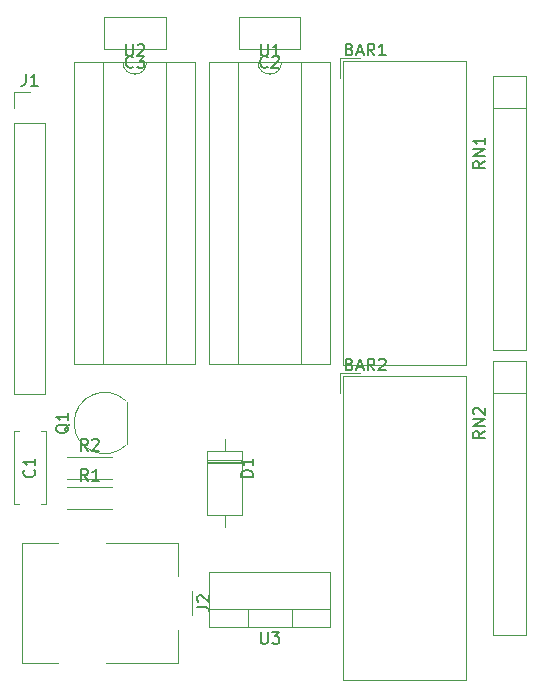
<source format=gbr>
G04 #@! TF.GenerationSoftware,KiCad,Pcbnew,(5.1.5-0-10_14)*
G04 #@! TF.CreationDate,2021-01-23T17:47:52+01:00*
G04 #@! TF.ProjectId,C64LED-latched,4336344c-4544-42d6-9c61-74636865642e,rev?*
G04 #@! TF.SameCoordinates,Original*
G04 #@! TF.FileFunction,Legend,Top*
G04 #@! TF.FilePolarity,Positive*
%FSLAX46Y46*%
G04 Gerber Fmt 4.6, Leading zero omitted, Abs format (unit mm)*
G04 Created by KiCad (PCBNEW (5.1.5-0-10_14)) date 2021-01-23 17:47:52*
%MOMM*%
%LPD*%
G04 APERTURE LIST*
%ADD10C,0.120000*%
%ADD11C,0.150000*%
G04 APERTURE END LIST*
D10*
X105550000Y-41770000D02*
X105550000Y-67450000D01*
X95110000Y-41770000D02*
X105550000Y-41770000D01*
X95110000Y-67450000D02*
X95110000Y-41770000D01*
X105550000Y-67450000D02*
X95110000Y-67450000D01*
X94820000Y-41480000D02*
X94820000Y-43180000D01*
X96520000Y-41480000D02*
X94820000Y-41480000D01*
X82610000Y-41790000D02*
X72330000Y-41790000D01*
X82610000Y-67430000D02*
X82610000Y-41790000D01*
X72330000Y-67430000D02*
X82610000Y-67430000D01*
X72330000Y-41790000D02*
X72330000Y-67430000D01*
X80120000Y-41850000D02*
X78470000Y-41850000D01*
X80120000Y-67370000D02*
X80120000Y-41850000D01*
X74820000Y-67370000D02*
X80120000Y-67370000D01*
X74820000Y-41850000D02*
X74820000Y-67370000D01*
X76470000Y-41850000D02*
X74820000Y-41850000D01*
X78470000Y-41850000D02*
G75*
G02X76470000Y-41850000I-1000000J0D01*
G01*
X94040000Y-41790000D02*
X83760000Y-41790000D01*
X94040000Y-67430000D02*
X94040000Y-41790000D01*
X83760000Y-67430000D02*
X94040000Y-67430000D01*
X83760000Y-41790000D02*
X83760000Y-67430000D01*
X91550000Y-41850000D02*
X89900000Y-41850000D01*
X91550000Y-67370000D02*
X91550000Y-41850000D01*
X86250000Y-67370000D02*
X91550000Y-67370000D01*
X86250000Y-41850000D02*
X86250000Y-67370000D01*
X87900000Y-41850000D02*
X86250000Y-41850000D01*
X89900000Y-41850000D02*
G75*
G02X87900000Y-41850000I-1000000J0D01*
G01*
X67250000Y-44390000D02*
X68580000Y-44390000D01*
X67250000Y-45720000D02*
X67250000Y-44390000D01*
X67250000Y-46990000D02*
X69910000Y-46990000D01*
X69910000Y-46990000D02*
X69910000Y-69910000D01*
X67250000Y-46990000D02*
X67250000Y-69910000D01*
X67250000Y-69910000D02*
X69910000Y-69910000D01*
X86560000Y-75530000D02*
X83620000Y-75530000D01*
X86560000Y-75770000D02*
X83620000Y-75770000D01*
X86560000Y-75650000D02*
X83620000Y-75650000D01*
X85090000Y-81210000D02*
X85090000Y-80190000D01*
X85090000Y-73730000D02*
X85090000Y-74750000D01*
X86560000Y-80190000D02*
X86560000Y-74750000D01*
X83620000Y-80190000D02*
X86560000Y-80190000D01*
X83620000Y-74750000D02*
X83620000Y-80190000D01*
X86560000Y-74750000D02*
X83620000Y-74750000D01*
X110620000Y-45720000D02*
X107820000Y-45720000D01*
X110620000Y-66210000D02*
X110620000Y-43010000D01*
X107820000Y-66210000D02*
X110620000Y-66210000D01*
X107820000Y-43010000D02*
X107820000Y-66210000D01*
X110620000Y-43010000D02*
X107820000Y-43010000D01*
X82310000Y-86630000D02*
X82310000Y-88630000D01*
X67900000Y-82520000D02*
X70960000Y-82520000D01*
X67900000Y-92740000D02*
X67900000Y-82520000D01*
X70960000Y-92740000D02*
X67900000Y-92740000D01*
X81120000Y-92740000D02*
X75060000Y-92740000D01*
X81120000Y-89930000D02*
X81120000Y-92740000D01*
X81120000Y-82520000D02*
X81120000Y-85330000D01*
X75060000Y-82520000D02*
X81120000Y-82520000D01*
X87049000Y-89630000D02*
X87049000Y-88120000D01*
X90750000Y-89630000D02*
X90750000Y-88120000D01*
X94020000Y-88120000D02*
X83780000Y-88120000D01*
X83780000Y-89630000D02*
X83780000Y-84989000D01*
X94020000Y-89630000D02*
X94020000Y-84989000D01*
X94020000Y-84989000D02*
X83780000Y-84989000D01*
X94020000Y-89630000D02*
X83780000Y-89630000D01*
X110620000Y-69850000D02*
X107820000Y-69850000D01*
X110620000Y-90340000D02*
X110620000Y-67140000D01*
X107820000Y-90340000D02*
X110620000Y-90340000D01*
X107820000Y-67140000D02*
X107820000Y-90340000D01*
X110620000Y-67140000D02*
X107820000Y-67140000D01*
X71740000Y-77120000D02*
X75580000Y-77120000D01*
X71740000Y-75280000D02*
X75580000Y-75280000D01*
X71740000Y-79660000D02*
X75580000Y-79660000D01*
X71740000Y-77820000D02*
X75580000Y-77820000D01*
X76768478Y-70551522D02*
G75*
G03X72330000Y-72390000I-1838478J-1838478D01*
G01*
X76768478Y-74228478D02*
G75*
G02X72330000Y-72390000I-1838478J1838478D01*
G01*
X76780000Y-74190000D02*
X76780000Y-70590000D01*
X74870000Y-40740000D02*
X74870000Y-38000000D01*
X80110000Y-40740000D02*
X80110000Y-38000000D01*
X80110000Y-38000000D02*
X74870000Y-38000000D01*
X80110000Y-40740000D02*
X74870000Y-40740000D01*
X86260000Y-40740000D02*
X86260000Y-38000000D01*
X91500000Y-40740000D02*
X91500000Y-38000000D01*
X91500000Y-38000000D02*
X86260000Y-38000000D01*
X91500000Y-40740000D02*
X86260000Y-40740000D01*
X69505000Y-73040000D02*
X69950000Y-73040000D01*
X67210000Y-73040000D02*
X67655000Y-73040000D01*
X69505000Y-79280000D02*
X69950000Y-79280000D01*
X67210000Y-79280000D02*
X67655000Y-79280000D01*
X69950000Y-79280000D02*
X69950000Y-73040000D01*
X67210000Y-79280000D02*
X67210000Y-73040000D01*
X105550000Y-68440000D02*
X105550000Y-94120000D01*
X95110000Y-68440000D02*
X105550000Y-68440000D01*
X95110000Y-94120000D02*
X95110000Y-68440000D01*
X105550000Y-94120000D02*
X95110000Y-94120000D01*
X94820000Y-68150000D02*
X94820000Y-69850000D01*
X96520000Y-68150000D02*
X94820000Y-68150000D01*
D11*
X95656666Y-40738571D02*
X95799523Y-40786190D01*
X95847142Y-40833809D01*
X95894761Y-40929047D01*
X95894761Y-41071904D01*
X95847142Y-41167142D01*
X95799523Y-41214761D01*
X95704285Y-41262380D01*
X95323333Y-41262380D01*
X95323333Y-40262380D01*
X95656666Y-40262380D01*
X95751904Y-40310000D01*
X95799523Y-40357619D01*
X95847142Y-40452857D01*
X95847142Y-40548095D01*
X95799523Y-40643333D01*
X95751904Y-40690952D01*
X95656666Y-40738571D01*
X95323333Y-40738571D01*
X96275714Y-40976666D02*
X96751904Y-40976666D01*
X96180476Y-41262380D02*
X96513809Y-40262380D01*
X96847142Y-41262380D01*
X97751904Y-41262380D02*
X97418571Y-40786190D01*
X97180476Y-41262380D02*
X97180476Y-40262380D01*
X97561428Y-40262380D01*
X97656666Y-40310000D01*
X97704285Y-40357619D01*
X97751904Y-40452857D01*
X97751904Y-40595714D01*
X97704285Y-40690952D01*
X97656666Y-40738571D01*
X97561428Y-40786190D01*
X97180476Y-40786190D01*
X98704285Y-41262380D02*
X98132857Y-41262380D01*
X98418571Y-41262380D02*
X98418571Y-40262380D01*
X98323333Y-40405238D01*
X98228095Y-40500476D01*
X98132857Y-40548095D01*
X76708095Y-40302380D02*
X76708095Y-41111904D01*
X76755714Y-41207142D01*
X76803333Y-41254761D01*
X76898571Y-41302380D01*
X77089047Y-41302380D01*
X77184285Y-41254761D01*
X77231904Y-41207142D01*
X77279523Y-41111904D01*
X77279523Y-40302380D01*
X77708095Y-40397619D02*
X77755714Y-40350000D01*
X77850952Y-40302380D01*
X78089047Y-40302380D01*
X78184285Y-40350000D01*
X78231904Y-40397619D01*
X78279523Y-40492857D01*
X78279523Y-40588095D01*
X78231904Y-40730952D01*
X77660476Y-41302380D01*
X78279523Y-41302380D01*
X88138095Y-40302380D02*
X88138095Y-41111904D01*
X88185714Y-41207142D01*
X88233333Y-41254761D01*
X88328571Y-41302380D01*
X88519047Y-41302380D01*
X88614285Y-41254761D01*
X88661904Y-41207142D01*
X88709523Y-41111904D01*
X88709523Y-40302380D01*
X89709523Y-41302380D02*
X89138095Y-41302380D01*
X89423809Y-41302380D02*
X89423809Y-40302380D01*
X89328571Y-40445238D01*
X89233333Y-40540476D01*
X89138095Y-40588095D01*
X68246666Y-42842380D02*
X68246666Y-43556666D01*
X68199047Y-43699523D01*
X68103809Y-43794761D01*
X67960952Y-43842380D01*
X67865714Y-43842380D01*
X69246666Y-43842380D02*
X68675238Y-43842380D01*
X68960952Y-43842380D02*
X68960952Y-42842380D01*
X68865714Y-42985238D01*
X68770476Y-43080476D01*
X68675238Y-43128095D01*
X87462380Y-76938095D02*
X86462380Y-76938095D01*
X86462380Y-76700000D01*
X86510000Y-76557142D01*
X86605238Y-76461904D01*
X86700476Y-76414285D01*
X86890952Y-76366666D01*
X87033809Y-76366666D01*
X87224285Y-76414285D01*
X87319523Y-76461904D01*
X87414761Y-76557142D01*
X87462380Y-76700000D01*
X87462380Y-76938095D01*
X87462380Y-75414285D02*
X87462380Y-75985714D01*
X87462380Y-75700000D02*
X86462380Y-75700000D01*
X86605238Y-75795238D01*
X86700476Y-75890476D01*
X86748095Y-75985714D01*
X107132380Y-50220476D02*
X106656190Y-50553809D01*
X107132380Y-50791904D02*
X106132380Y-50791904D01*
X106132380Y-50410952D01*
X106180000Y-50315714D01*
X106227619Y-50268095D01*
X106322857Y-50220476D01*
X106465714Y-50220476D01*
X106560952Y-50268095D01*
X106608571Y-50315714D01*
X106656190Y-50410952D01*
X106656190Y-50791904D01*
X107132380Y-49791904D02*
X106132380Y-49791904D01*
X107132380Y-49220476D01*
X106132380Y-49220476D01*
X107132380Y-48220476D02*
X107132380Y-48791904D01*
X107132380Y-48506190D02*
X106132380Y-48506190D01*
X106275238Y-48601428D01*
X106370476Y-48696666D01*
X106418095Y-48791904D01*
X82762380Y-87963333D02*
X83476666Y-87963333D01*
X83619523Y-88010952D01*
X83714761Y-88106190D01*
X83762380Y-88249047D01*
X83762380Y-88344285D01*
X82857619Y-87534761D02*
X82810000Y-87487142D01*
X82762380Y-87391904D01*
X82762380Y-87153809D01*
X82810000Y-87058571D01*
X82857619Y-87010952D01*
X82952857Y-86963333D01*
X83048095Y-86963333D01*
X83190952Y-87010952D01*
X83762380Y-87582380D01*
X83762380Y-86963333D01*
X88138095Y-90082380D02*
X88138095Y-90891904D01*
X88185714Y-90987142D01*
X88233333Y-91034761D01*
X88328571Y-91082380D01*
X88519047Y-91082380D01*
X88614285Y-91034761D01*
X88661904Y-90987142D01*
X88709523Y-90891904D01*
X88709523Y-90082380D01*
X89090476Y-90082380D02*
X89709523Y-90082380D01*
X89376190Y-90463333D01*
X89519047Y-90463333D01*
X89614285Y-90510952D01*
X89661904Y-90558571D01*
X89709523Y-90653809D01*
X89709523Y-90891904D01*
X89661904Y-90987142D01*
X89614285Y-91034761D01*
X89519047Y-91082380D01*
X89233333Y-91082380D01*
X89138095Y-91034761D01*
X89090476Y-90987142D01*
X107132380Y-73080476D02*
X106656190Y-73413809D01*
X107132380Y-73651904D02*
X106132380Y-73651904D01*
X106132380Y-73270952D01*
X106180000Y-73175714D01*
X106227619Y-73128095D01*
X106322857Y-73080476D01*
X106465714Y-73080476D01*
X106560952Y-73128095D01*
X106608571Y-73175714D01*
X106656190Y-73270952D01*
X106656190Y-73651904D01*
X107132380Y-72651904D02*
X106132380Y-72651904D01*
X107132380Y-72080476D01*
X106132380Y-72080476D01*
X106227619Y-71651904D02*
X106180000Y-71604285D01*
X106132380Y-71509047D01*
X106132380Y-71270952D01*
X106180000Y-71175714D01*
X106227619Y-71128095D01*
X106322857Y-71080476D01*
X106418095Y-71080476D01*
X106560952Y-71128095D01*
X107132380Y-71699523D01*
X107132380Y-71080476D01*
X73493333Y-74732380D02*
X73160000Y-74256190D01*
X72921904Y-74732380D02*
X72921904Y-73732380D01*
X73302857Y-73732380D01*
X73398095Y-73780000D01*
X73445714Y-73827619D01*
X73493333Y-73922857D01*
X73493333Y-74065714D01*
X73445714Y-74160952D01*
X73398095Y-74208571D01*
X73302857Y-74256190D01*
X72921904Y-74256190D01*
X73874285Y-73827619D02*
X73921904Y-73780000D01*
X74017142Y-73732380D01*
X74255238Y-73732380D01*
X74350476Y-73780000D01*
X74398095Y-73827619D01*
X74445714Y-73922857D01*
X74445714Y-74018095D01*
X74398095Y-74160952D01*
X73826666Y-74732380D01*
X74445714Y-74732380D01*
X73493333Y-77272380D02*
X73160000Y-76796190D01*
X72921904Y-77272380D02*
X72921904Y-76272380D01*
X73302857Y-76272380D01*
X73398095Y-76320000D01*
X73445714Y-76367619D01*
X73493333Y-76462857D01*
X73493333Y-76605714D01*
X73445714Y-76700952D01*
X73398095Y-76748571D01*
X73302857Y-76796190D01*
X72921904Y-76796190D01*
X74445714Y-77272380D02*
X73874285Y-77272380D01*
X74160000Y-77272380D02*
X74160000Y-76272380D01*
X74064761Y-76415238D01*
X73969523Y-76510476D01*
X73874285Y-76558095D01*
X71917619Y-72485238D02*
X71870000Y-72580476D01*
X71774761Y-72675714D01*
X71631904Y-72818571D01*
X71584285Y-72913809D01*
X71584285Y-73009047D01*
X71822380Y-72961428D02*
X71774761Y-73056666D01*
X71679523Y-73151904D01*
X71489047Y-73199523D01*
X71155714Y-73199523D01*
X70965238Y-73151904D01*
X70870000Y-73056666D01*
X70822380Y-72961428D01*
X70822380Y-72770952D01*
X70870000Y-72675714D01*
X70965238Y-72580476D01*
X71155714Y-72532857D01*
X71489047Y-72532857D01*
X71679523Y-72580476D01*
X71774761Y-72675714D01*
X71822380Y-72770952D01*
X71822380Y-72961428D01*
X71822380Y-71580476D02*
X71822380Y-72151904D01*
X71822380Y-71866190D02*
X70822380Y-71866190D01*
X70965238Y-71961428D01*
X71060476Y-72056666D01*
X71108095Y-72151904D01*
X77323333Y-42227142D02*
X77275714Y-42274761D01*
X77132857Y-42322380D01*
X77037619Y-42322380D01*
X76894761Y-42274761D01*
X76799523Y-42179523D01*
X76751904Y-42084285D01*
X76704285Y-41893809D01*
X76704285Y-41750952D01*
X76751904Y-41560476D01*
X76799523Y-41465238D01*
X76894761Y-41370000D01*
X77037619Y-41322380D01*
X77132857Y-41322380D01*
X77275714Y-41370000D01*
X77323333Y-41417619D01*
X77656666Y-41322380D02*
X78275714Y-41322380D01*
X77942380Y-41703333D01*
X78085238Y-41703333D01*
X78180476Y-41750952D01*
X78228095Y-41798571D01*
X78275714Y-41893809D01*
X78275714Y-42131904D01*
X78228095Y-42227142D01*
X78180476Y-42274761D01*
X78085238Y-42322380D01*
X77799523Y-42322380D01*
X77704285Y-42274761D01*
X77656666Y-42227142D01*
X88713333Y-42227142D02*
X88665714Y-42274761D01*
X88522857Y-42322380D01*
X88427619Y-42322380D01*
X88284761Y-42274761D01*
X88189523Y-42179523D01*
X88141904Y-42084285D01*
X88094285Y-41893809D01*
X88094285Y-41750952D01*
X88141904Y-41560476D01*
X88189523Y-41465238D01*
X88284761Y-41370000D01*
X88427619Y-41322380D01*
X88522857Y-41322380D01*
X88665714Y-41370000D01*
X88713333Y-41417619D01*
X89094285Y-41417619D02*
X89141904Y-41370000D01*
X89237142Y-41322380D01*
X89475238Y-41322380D01*
X89570476Y-41370000D01*
X89618095Y-41417619D01*
X89665714Y-41512857D01*
X89665714Y-41608095D01*
X89618095Y-41750952D01*
X89046666Y-42322380D01*
X89665714Y-42322380D01*
X68937142Y-76366666D02*
X68984761Y-76414285D01*
X69032380Y-76557142D01*
X69032380Y-76652380D01*
X68984761Y-76795238D01*
X68889523Y-76890476D01*
X68794285Y-76938095D01*
X68603809Y-76985714D01*
X68460952Y-76985714D01*
X68270476Y-76938095D01*
X68175238Y-76890476D01*
X68080000Y-76795238D01*
X68032380Y-76652380D01*
X68032380Y-76557142D01*
X68080000Y-76414285D01*
X68127619Y-76366666D01*
X69032380Y-75414285D02*
X69032380Y-75985714D01*
X69032380Y-75700000D02*
X68032380Y-75700000D01*
X68175238Y-75795238D01*
X68270476Y-75890476D01*
X68318095Y-75985714D01*
X95656666Y-67408571D02*
X95799523Y-67456190D01*
X95847142Y-67503809D01*
X95894761Y-67599047D01*
X95894761Y-67741904D01*
X95847142Y-67837142D01*
X95799523Y-67884761D01*
X95704285Y-67932380D01*
X95323333Y-67932380D01*
X95323333Y-66932380D01*
X95656666Y-66932380D01*
X95751904Y-66980000D01*
X95799523Y-67027619D01*
X95847142Y-67122857D01*
X95847142Y-67218095D01*
X95799523Y-67313333D01*
X95751904Y-67360952D01*
X95656666Y-67408571D01*
X95323333Y-67408571D01*
X96275714Y-67646666D02*
X96751904Y-67646666D01*
X96180476Y-67932380D02*
X96513809Y-66932380D01*
X96847142Y-67932380D01*
X97751904Y-67932380D02*
X97418571Y-67456190D01*
X97180476Y-67932380D02*
X97180476Y-66932380D01*
X97561428Y-66932380D01*
X97656666Y-66980000D01*
X97704285Y-67027619D01*
X97751904Y-67122857D01*
X97751904Y-67265714D01*
X97704285Y-67360952D01*
X97656666Y-67408571D01*
X97561428Y-67456190D01*
X97180476Y-67456190D01*
X98132857Y-67027619D02*
X98180476Y-66980000D01*
X98275714Y-66932380D01*
X98513809Y-66932380D01*
X98609047Y-66980000D01*
X98656666Y-67027619D01*
X98704285Y-67122857D01*
X98704285Y-67218095D01*
X98656666Y-67360952D01*
X98085238Y-67932380D01*
X98704285Y-67932380D01*
M02*

</source>
